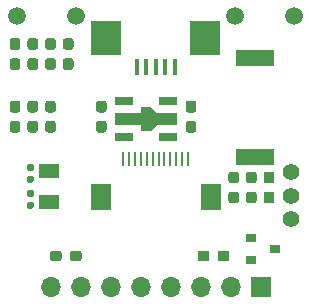
<source format=gts>
G04 #@! TF.GenerationSoftware,KiCad,Pcbnew,(5.1.9-0-10_14)*
G04 #@! TF.CreationDate,2021-04-11T20:05:45+09:00*
G04 #@! TF.ProjectId,RL78Display,524c3738-4469-4737-906c-61792e6b6963,V1.0*
G04 #@! TF.SameCoordinates,Original*
G04 #@! TF.FileFunction,Soldermask,Top*
G04 #@! TF.FilePolarity,Negative*
%FSLAX46Y46*%
G04 Gerber Fmt 4.6, Leading zero omitted, Abs format (unit mm)*
G04 Created by KiCad (PCBNEW (5.1.9-0-10_14)) date 2021-04-11 20:05:45*
%MOMM*%
%LPD*%
G01*
G04 APERTURE LIST*
%ADD10R,3.200000X1.400000*%
%ADD11C,1.500000*%
%ADD12R,1.800000X1.200000*%
%ADD13R,1.500000X0.700000*%
%ADD14C,0.100000*%
%ADD15C,1.400000*%
%ADD16R,0.900000X0.800000*%
%ADD17R,1.800000X2.200000*%
%ADD18R,0.150000X1.300000*%
%ADD19O,1.700000X1.700000*%
%ADD20R,1.700000X1.700000*%
%ADD21R,2.500000X3.000000*%
%ADD22R,0.400000X1.400000*%
G04 APERTURE END LIST*
D10*
X8400000Y8700000D03*
X8400000Y300000D03*
D11*
X11700000Y12200000D03*
X6700000Y12200000D03*
X-6700000Y12200000D03*
X-11700000Y12200000D03*
D12*
X-9000000Y-3500000D03*
X-9000000Y-900000D03*
D13*
X1050000Y5000000D03*
X1050000Y2000000D03*
X-2650000Y5000000D03*
X-2650000Y2000000D03*
D14*
G36*
X100000Y4000000D02*
G01*
X1800000Y4000000D01*
X1800000Y3000000D01*
X100000Y3000000D01*
X-400000Y2500000D01*
X-1200000Y2500000D01*
X-1200000Y3000000D01*
X-3400000Y3000000D01*
X-3400000Y4000000D01*
X-1200000Y4000000D01*
X-1200000Y4500000D01*
X-400000Y4500000D01*
X100000Y4000000D01*
G37*
D15*
X11500000Y-5000000D03*
X11500000Y-3000000D03*
X11500000Y-1000000D03*
G36*
G01*
X9375000Y-950000D02*
X9825000Y-950000D01*
G75*
G02*
X10050000Y-1175000I0J-225000D01*
G01*
X10050000Y-1725000D01*
G75*
G02*
X9825000Y-1950000I-225000J0D01*
G01*
X9375000Y-1950000D01*
G75*
G02*
X9150000Y-1725000I0J225000D01*
G01*
X9150000Y-1175000D01*
G75*
G02*
X9375000Y-950000I225000J0D01*
G01*
G37*
G36*
G01*
X9375000Y-2650000D02*
X9825000Y-2650000D01*
G75*
G02*
X10050000Y-2875000I0J-225000D01*
G01*
X10050000Y-3425000D01*
G75*
G02*
X9825000Y-3650000I-225000J0D01*
G01*
X9375000Y-3650000D01*
G75*
G02*
X9150000Y-3425000I0J225000D01*
G01*
X9150000Y-2875000D01*
G75*
G02*
X9375000Y-2650000I225000J0D01*
G01*
G37*
G36*
G01*
X8325000Y-3650000D02*
X7875000Y-3650000D01*
G75*
G02*
X7650000Y-3425000I0J225000D01*
G01*
X7650000Y-2875000D01*
G75*
G02*
X7875000Y-2650000I225000J0D01*
G01*
X8325000Y-2650000D01*
G75*
G02*
X8550000Y-2875000I0J-225000D01*
G01*
X8550000Y-3425000D01*
G75*
G02*
X8325000Y-3650000I-225000J0D01*
G01*
G37*
G36*
G01*
X8325000Y-1950000D02*
X7875000Y-1950000D01*
G75*
G02*
X7650000Y-1725000I0J225000D01*
G01*
X7650000Y-1175000D01*
G75*
G02*
X7875000Y-950000I225000J0D01*
G01*
X8325000Y-950000D01*
G75*
G02*
X8550000Y-1175000I0J-225000D01*
G01*
X8550000Y-1725000D01*
G75*
G02*
X8325000Y-1950000I-225000J0D01*
G01*
G37*
G36*
G01*
X6825000Y-3650000D02*
X6375000Y-3650000D01*
G75*
G02*
X6150000Y-3425000I0J225000D01*
G01*
X6150000Y-2875000D01*
G75*
G02*
X6375000Y-2650000I225000J0D01*
G01*
X6825000Y-2650000D01*
G75*
G02*
X7050000Y-2875000I0J-225000D01*
G01*
X7050000Y-3425000D01*
G75*
G02*
X6825000Y-3650000I-225000J0D01*
G01*
G37*
G36*
G01*
X6825000Y-1950000D02*
X6375000Y-1950000D01*
G75*
G02*
X6150000Y-1725000I0J225000D01*
G01*
X6150000Y-1175000D01*
G75*
G02*
X6375000Y-950000I225000J0D01*
G01*
X6825000Y-950000D01*
G75*
G02*
X7050000Y-1175000I0J-225000D01*
G01*
X7050000Y-1725000D01*
G75*
G02*
X6825000Y-1950000I-225000J0D01*
G01*
G37*
G36*
G01*
X6250000Y-7875000D02*
X6250000Y-8325000D01*
G75*
G02*
X6025000Y-8550000I-225000J0D01*
G01*
X5475000Y-8550000D01*
G75*
G02*
X5250000Y-8325000I0J225000D01*
G01*
X5250000Y-7875000D01*
G75*
G02*
X5475000Y-7650000I225000J0D01*
G01*
X6025000Y-7650000D01*
G75*
G02*
X6250000Y-7875000I0J-225000D01*
G01*
G37*
G36*
G01*
X4550000Y-7875000D02*
X4550000Y-8325000D01*
G75*
G02*
X4325000Y-8550000I-225000J0D01*
G01*
X3775000Y-8550000D01*
G75*
G02*
X3550000Y-8325000I0J225000D01*
G01*
X3550000Y-7875000D01*
G75*
G02*
X3775000Y-7650000I225000J0D01*
G01*
X4325000Y-7650000D01*
G75*
G02*
X4550000Y-7875000I0J-225000D01*
G01*
G37*
G36*
G01*
X-10175000Y7650000D02*
X-10625000Y7650000D01*
G75*
G02*
X-10850000Y7875000I0J225000D01*
G01*
X-10850000Y8425000D01*
G75*
G02*
X-10625000Y8650000I225000J0D01*
G01*
X-10175000Y8650000D01*
G75*
G02*
X-9950000Y8425000I0J-225000D01*
G01*
X-9950000Y7875000D01*
G75*
G02*
X-10175000Y7650000I-225000J0D01*
G01*
G37*
G36*
G01*
X-10175000Y9350000D02*
X-10625000Y9350000D01*
G75*
G02*
X-10850000Y9575000I0J225000D01*
G01*
X-10850000Y10125000D01*
G75*
G02*
X-10625000Y10350000I225000J0D01*
G01*
X-10175000Y10350000D01*
G75*
G02*
X-9950000Y10125000I0J-225000D01*
G01*
X-9950000Y9575000D01*
G75*
G02*
X-10175000Y9350000I-225000J0D01*
G01*
G37*
G36*
G01*
X-8675000Y2350000D02*
X-9125000Y2350000D01*
G75*
G02*
X-9350000Y2575000I0J225000D01*
G01*
X-9350000Y3125000D01*
G75*
G02*
X-9125000Y3350000I225000J0D01*
G01*
X-8675000Y3350000D01*
G75*
G02*
X-8450000Y3125000I0J-225000D01*
G01*
X-8450000Y2575000D01*
G75*
G02*
X-8675000Y2350000I-225000J0D01*
G01*
G37*
G36*
G01*
X-8675000Y4050000D02*
X-9125000Y4050000D01*
G75*
G02*
X-9350000Y4275000I0J225000D01*
G01*
X-9350000Y4825000D01*
G75*
G02*
X-9125000Y5050000I225000J0D01*
G01*
X-8675000Y5050000D01*
G75*
G02*
X-8450000Y4825000I0J-225000D01*
G01*
X-8450000Y4275000D01*
G75*
G02*
X-8675000Y4050000I-225000J0D01*
G01*
G37*
D16*
X8100000Y-6550000D03*
X8100000Y-8450000D03*
X10100000Y-7500000D03*
G36*
G01*
X-8675000Y7650000D02*
X-9125000Y7650000D01*
G75*
G02*
X-9350000Y7875000I0J225000D01*
G01*
X-9350000Y8425000D01*
G75*
G02*
X-9125000Y8650000I225000J0D01*
G01*
X-8675000Y8650000D01*
G75*
G02*
X-8450000Y8425000I0J-225000D01*
G01*
X-8450000Y7875000D01*
G75*
G02*
X-8675000Y7650000I-225000J0D01*
G01*
G37*
G36*
G01*
X-8675000Y9350000D02*
X-9125000Y9350000D01*
G75*
G02*
X-9350000Y9575000I0J225000D01*
G01*
X-9350000Y10125000D01*
G75*
G02*
X-9125000Y10350000I225000J0D01*
G01*
X-8675000Y10350000D01*
G75*
G02*
X-8450000Y10125000I0J-225000D01*
G01*
X-8450000Y9575000D01*
G75*
G02*
X-8675000Y9350000I-225000J0D01*
G01*
G37*
D17*
X4650000Y-3100000D03*
X-4650000Y-3100000D03*
D18*
X-2750000Y150000D03*
X-2250000Y150000D03*
X-1750000Y150000D03*
X-1250000Y150000D03*
X-750000Y150000D03*
X-250000Y150000D03*
X250000Y150000D03*
X750000Y150000D03*
X1250000Y150000D03*
X1750000Y150000D03*
X2250000Y150000D03*
X2750000Y150000D03*
D19*
X-8890000Y-10700000D03*
X-6350000Y-10700000D03*
X-3810000Y-10700000D03*
X-1270000Y-10700000D03*
X1270000Y-10700000D03*
X3810000Y-10700000D03*
X6350000Y-10700000D03*
D20*
X8890000Y-10700000D03*
D21*
X-4200000Y10400000D03*
X4200000Y10400000D03*
D22*
X-1600000Y7900000D03*
X-800000Y7900000D03*
X0Y7900000D03*
X800000Y7900000D03*
X1600000Y7900000D03*
G36*
G01*
X-7625000Y10350000D02*
X-7175000Y10350000D01*
G75*
G02*
X-6950000Y10125000I0J-225000D01*
G01*
X-6950000Y9575000D01*
G75*
G02*
X-7175000Y9350000I-225000J0D01*
G01*
X-7625000Y9350000D01*
G75*
G02*
X-7850000Y9575000I0J225000D01*
G01*
X-7850000Y10125000D01*
G75*
G02*
X-7625000Y10350000I225000J0D01*
G01*
G37*
G36*
G01*
X-7625000Y8650000D02*
X-7175000Y8650000D01*
G75*
G02*
X-6950000Y8425000I0J-225000D01*
G01*
X-6950000Y7875000D01*
G75*
G02*
X-7175000Y7650000I-225000J0D01*
G01*
X-7625000Y7650000D01*
G75*
G02*
X-7850000Y7875000I0J225000D01*
G01*
X-7850000Y8425000D01*
G75*
G02*
X-7625000Y8650000I225000J0D01*
G01*
G37*
G36*
G01*
X-11675000Y7650000D02*
X-12125000Y7650000D01*
G75*
G02*
X-12350000Y7875000I0J225000D01*
G01*
X-12350000Y8425000D01*
G75*
G02*
X-12125000Y8650000I225000J0D01*
G01*
X-11675000Y8650000D01*
G75*
G02*
X-11450000Y8425000I0J-225000D01*
G01*
X-11450000Y7875000D01*
G75*
G02*
X-11675000Y7650000I-225000J0D01*
G01*
G37*
G36*
G01*
X-11675000Y9350000D02*
X-12125000Y9350000D01*
G75*
G02*
X-12350000Y9575000I0J225000D01*
G01*
X-12350000Y10125000D01*
G75*
G02*
X-12125000Y10350000I225000J0D01*
G01*
X-11675000Y10350000D01*
G75*
G02*
X-11450000Y10125000I0J-225000D01*
G01*
X-11450000Y9575000D01*
G75*
G02*
X-11675000Y9350000I-225000J0D01*
G01*
G37*
G36*
G01*
X-10175000Y2350000D02*
X-10625000Y2350000D01*
G75*
G02*
X-10850000Y2575000I0J225000D01*
G01*
X-10850000Y3125000D01*
G75*
G02*
X-10625000Y3350000I225000J0D01*
G01*
X-10175000Y3350000D01*
G75*
G02*
X-9950000Y3125000I0J-225000D01*
G01*
X-9950000Y2575000D01*
G75*
G02*
X-10175000Y2350000I-225000J0D01*
G01*
G37*
G36*
G01*
X-10175000Y4050000D02*
X-10625000Y4050000D01*
G75*
G02*
X-10850000Y4275000I0J225000D01*
G01*
X-10850000Y4825000D01*
G75*
G02*
X-10625000Y5050000I225000J0D01*
G01*
X-10175000Y5050000D01*
G75*
G02*
X-9950000Y4825000I0J-225000D01*
G01*
X-9950000Y4275000D01*
G75*
G02*
X-10175000Y4050000I-225000J0D01*
G01*
G37*
G36*
G01*
X-11675000Y2350000D02*
X-12125000Y2350000D01*
G75*
G02*
X-12350000Y2575000I0J225000D01*
G01*
X-12350000Y3125000D01*
G75*
G02*
X-12125000Y3350000I225000J0D01*
G01*
X-11675000Y3350000D01*
G75*
G02*
X-11450000Y3125000I0J-225000D01*
G01*
X-11450000Y2575000D01*
G75*
G02*
X-11675000Y2350000I-225000J0D01*
G01*
G37*
G36*
G01*
X-11675000Y4050000D02*
X-12125000Y4050000D01*
G75*
G02*
X-12350000Y4275000I0J225000D01*
G01*
X-12350000Y4825000D01*
G75*
G02*
X-12125000Y5050000I225000J0D01*
G01*
X-11675000Y5050000D01*
G75*
G02*
X-11450000Y4825000I0J-225000D01*
G01*
X-11450000Y4275000D01*
G75*
G02*
X-11675000Y4050000I-225000J0D01*
G01*
G37*
G36*
G01*
X-8950000Y-8325000D02*
X-8950000Y-7875000D01*
G75*
G02*
X-8725000Y-7650000I225000J0D01*
G01*
X-8175000Y-7650000D01*
G75*
G02*
X-7950000Y-7875000I0J-225000D01*
G01*
X-7950000Y-8325000D01*
G75*
G02*
X-8175000Y-8550000I-225000J0D01*
G01*
X-8725000Y-8550000D01*
G75*
G02*
X-8950000Y-8325000I0J225000D01*
G01*
G37*
G36*
G01*
X-7250000Y-8325000D02*
X-7250000Y-7875000D01*
G75*
G02*
X-7025000Y-7650000I225000J0D01*
G01*
X-6475000Y-7650000D01*
G75*
G02*
X-6250000Y-7875000I0J-225000D01*
G01*
X-6250000Y-8325000D01*
G75*
G02*
X-6475000Y-8550000I-225000J0D01*
G01*
X-7025000Y-8550000D01*
G75*
G02*
X-7250000Y-8325000I0J225000D01*
G01*
G37*
G36*
G01*
X3225000Y2350000D02*
X2775000Y2350000D01*
G75*
G02*
X2550000Y2575000I0J225000D01*
G01*
X2550000Y3125000D01*
G75*
G02*
X2775000Y3350000I225000J0D01*
G01*
X3225000Y3350000D01*
G75*
G02*
X3450000Y3125000I0J-225000D01*
G01*
X3450000Y2575000D01*
G75*
G02*
X3225000Y2350000I-225000J0D01*
G01*
G37*
G36*
G01*
X3225000Y4050000D02*
X2775000Y4050000D01*
G75*
G02*
X2550000Y4275000I0J225000D01*
G01*
X2550000Y4825000D01*
G75*
G02*
X2775000Y5050000I225000J0D01*
G01*
X3225000Y5050000D01*
G75*
G02*
X3450000Y4825000I0J-225000D01*
G01*
X3450000Y4275000D01*
G75*
G02*
X3225000Y4050000I-225000J0D01*
G01*
G37*
G36*
G01*
X-4825000Y5050000D02*
X-4375000Y5050000D01*
G75*
G02*
X-4150000Y4825000I0J-225000D01*
G01*
X-4150000Y4275000D01*
G75*
G02*
X-4375000Y4050000I-225000J0D01*
G01*
X-4825000Y4050000D01*
G75*
G02*
X-5050000Y4275000I0J225000D01*
G01*
X-5050000Y4825000D01*
G75*
G02*
X-4825000Y5050000I225000J0D01*
G01*
G37*
G36*
G01*
X-4825000Y3350000D02*
X-4375000Y3350000D01*
G75*
G02*
X-4150000Y3125000I0J-225000D01*
G01*
X-4150000Y2575000D01*
G75*
G02*
X-4375000Y2350000I-225000J0D01*
G01*
X-4825000Y2350000D01*
G75*
G02*
X-5050000Y2575000I0J225000D01*
G01*
X-5050000Y3125000D01*
G75*
G02*
X-4825000Y3350000I225000J0D01*
G01*
G37*
G36*
G01*
X-10450000Y-4100000D02*
X-10750000Y-4100000D01*
G75*
G02*
X-10900000Y-3950000I0J150000D01*
G01*
X-10900000Y-3650000D01*
G75*
G02*
X-10750000Y-3500000I150000J0D01*
G01*
X-10450000Y-3500000D01*
G75*
G02*
X-10300000Y-3650000I0J-150000D01*
G01*
X-10300000Y-3950000D01*
G75*
G02*
X-10450000Y-4100000I-150000J0D01*
G01*
G37*
G36*
G01*
X-10450000Y-3100000D02*
X-10750000Y-3100000D01*
G75*
G02*
X-10900000Y-2950000I0J150000D01*
G01*
X-10900000Y-2650000D01*
G75*
G02*
X-10750000Y-2500000I150000J0D01*
G01*
X-10450000Y-2500000D01*
G75*
G02*
X-10300000Y-2650000I0J-150000D01*
G01*
X-10300000Y-2950000D01*
G75*
G02*
X-10450000Y-3100000I-150000J0D01*
G01*
G37*
G36*
G01*
X-10750000Y-300000D02*
X-10450000Y-300000D01*
G75*
G02*
X-10300000Y-450000I0J-150000D01*
G01*
X-10300000Y-750000D01*
G75*
G02*
X-10450000Y-900000I-150000J0D01*
G01*
X-10750000Y-900000D01*
G75*
G02*
X-10900000Y-750000I0J150000D01*
G01*
X-10900000Y-450000D01*
G75*
G02*
X-10750000Y-300000I150000J0D01*
G01*
G37*
G36*
G01*
X-10750000Y-1300000D02*
X-10450000Y-1300000D01*
G75*
G02*
X-10300000Y-1450000I0J-150000D01*
G01*
X-10300000Y-1750000D01*
G75*
G02*
X-10450000Y-1900000I-150000J0D01*
G01*
X-10750000Y-1900000D01*
G75*
G02*
X-10900000Y-1750000I0J150000D01*
G01*
X-10900000Y-1450000D01*
G75*
G02*
X-10750000Y-1300000I150000J0D01*
G01*
G37*
M02*

</source>
